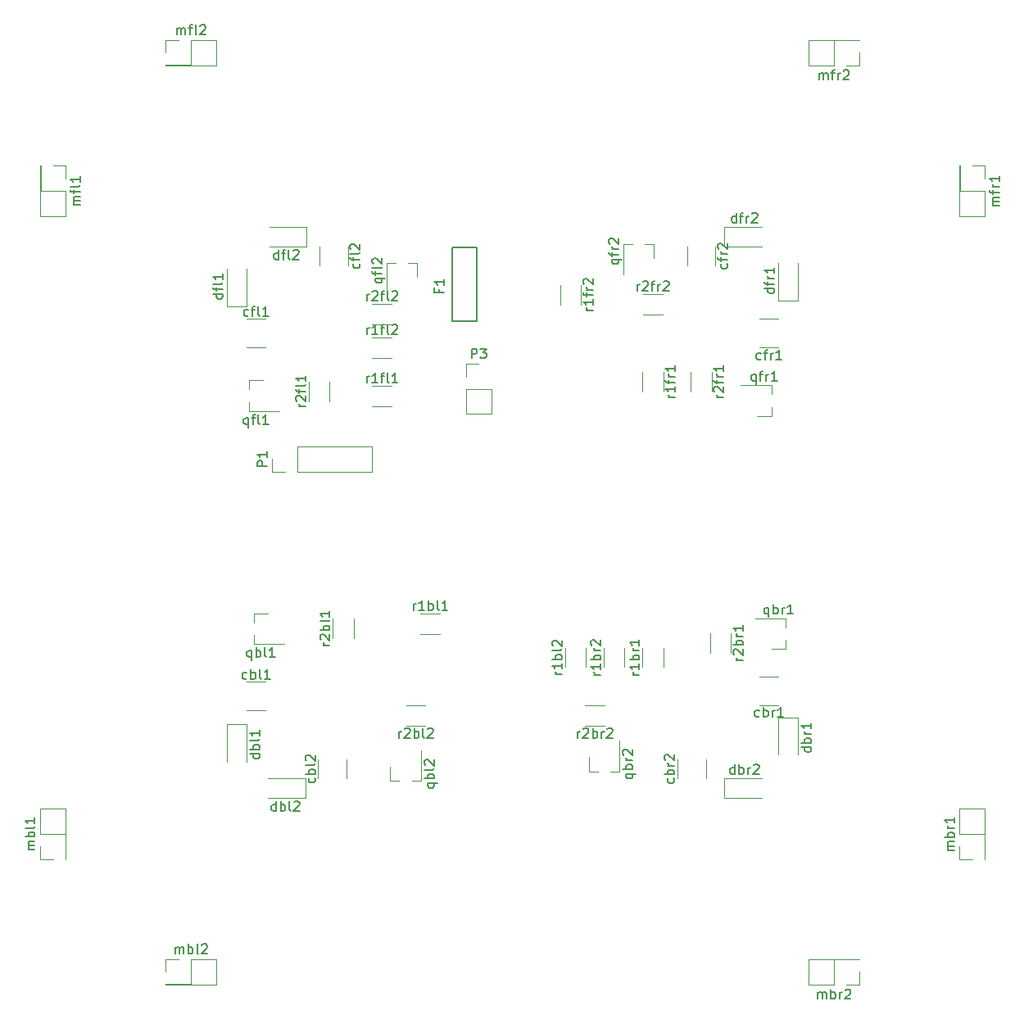
<source format=gbr>
G04 #@! TF.FileFunction,Legend,Top*
%FSLAX45Y45*%
G04 Gerber Fmt 4.5, Leading zero omitted, Abs format (unit mm)*
G04 Created by KiCad (PCBNEW 4.0.1-stable) date 2017/05/05 18:15:20*
%MOMM*%
G01*
G04 APERTURE LIST*
%ADD10C,0.100000*%
%ADD11C,0.120000*%
%ADD12C,0.150000*%
G04 APERTURE END LIST*
D10*
D11*
X3600000Y-7902000D02*
X3400000Y-7902000D01*
X3400000Y-8198000D02*
X3600000Y-8198000D01*
X4140000Y-8700000D02*
X4140000Y-8900000D01*
X4436000Y-8900000D02*
X4436000Y-8700000D01*
X8700000Y-8141000D02*
X8900000Y-8141000D01*
X8900000Y-7845000D02*
X8700000Y-7845000D01*
X7852000Y-8700000D02*
X7852000Y-8900000D01*
X8148000Y-8900000D02*
X8148000Y-8700000D01*
X3600000Y-4152000D02*
X3400000Y-4152000D01*
X3400000Y-4448000D02*
X3600000Y-4448000D01*
X4448000Y-3600000D02*
X4448000Y-3400000D01*
X4152000Y-3400000D02*
X4152000Y-3600000D01*
X8700000Y-4448000D02*
X8900000Y-4448000D01*
X8900000Y-4152000D02*
X8700000Y-4152000D01*
X8248000Y-3600000D02*
X8248000Y-3400000D01*
X7952000Y-3400000D02*
X7952000Y-3600000D01*
X3400000Y-8340000D02*
X3200000Y-8340000D01*
X3200000Y-8340000D02*
X3200000Y-8725000D01*
X3400000Y-8340000D02*
X3400000Y-8725000D01*
X4010000Y-9100000D02*
X4010000Y-8900000D01*
X4010000Y-8900000D02*
X3625000Y-8900000D01*
X4010000Y-9100000D02*
X3625000Y-9100000D01*
X9100000Y-8270000D02*
X8900000Y-8270000D01*
X8900000Y-8270000D02*
X8900000Y-8655000D01*
X9100000Y-8270000D02*
X9100000Y-8655000D01*
X8340000Y-8900000D02*
X8340000Y-9100000D01*
X8340000Y-9100000D02*
X8725000Y-9100000D01*
X8340000Y-8900000D02*
X8725000Y-8900000D01*
X3200000Y-4020000D02*
X3400000Y-4020000D01*
X3400000Y-4020000D02*
X3400000Y-3635000D01*
X3200000Y-4020000D02*
X3200000Y-3635000D01*
X4020000Y-3400000D02*
X4020000Y-3200000D01*
X4020000Y-3200000D02*
X3635000Y-3200000D01*
X4020000Y-3400000D02*
X3635000Y-3400000D01*
X8900000Y-3960000D02*
X9100000Y-3960000D01*
X9100000Y-3960000D02*
X9100000Y-3575000D01*
X8900000Y-3960000D02*
X8900000Y-3575000D01*
X8340000Y-3200000D02*
X8340000Y-3400000D01*
X8340000Y-3400000D02*
X8725000Y-3400000D01*
X8340000Y-3200000D02*
X8725000Y-3200000D01*
D12*
X5523000Y-4177000D02*
X5523000Y-3415000D01*
X5523000Y-3415000D02*
X5777000Y-3415000D01*
X5777000Y-3415000D02*
X5777000Y-4177000D01*
X5777000Y-4177000D02*
X5523000Y-4177000D01*
D11*
X1527000Y-9733000D02*
X1533000Y-9733000D01*
X1533000Y-9733000D02*
X1533000Y-9213000D01*
X1533000Y-9213000D02*
X1267000Y-9213000D01*
X1267000Y-9213000D02*
X1267000Y-9473000D01*
X1267000Y-9473000D02*
X1527000Y-9473000D01*
X1527000Y-9473000D02*
X1527000Y-9733000D01*
X1400000Y-9733000D02*
X1267000Y-9733000D01*
X1267000Y-9733000D02*
X1267000Y-9600000D01*
X2567000Y-11027000D02*
X2567000Y-11033000D01*
X2567000Y-11033000D02*
X3087000Y-11033000D01*
X3087000Y-11033000D02*
X3087000Y-10767000D01*
X3087000Y-10767000D02*
X2827000Y-10767000D01*
X2827000Y-10767000D02*
X2827000Y-11027000D01*
X2827000Y-11027000D02*
X2567000Y-11027000D01*
X2567000Y-10900000D02*
X2567000Y-10767000D01*
X2567000Y-10767000D02*
X2700000Y-10767000D01*
X11027000Y-9733000D02*
X11033000Y-9733000D01*
X11033000Y-9733000D02*
X11033000Y-9213000D01*
X11033000Y-9213000D02*
X10767000Y-9213000D01*
X10767000Y-9213000D02*
X10767000Y-9473000D01*
X10767000Y-9473000D02*
X11027000Y-9473000D01*
X11027000Y-9473000D02*
X11027000Y-9733000D01*
X10900000Y-9733000D02*
X10767000Y-9733000D01*
X10767000Y-9733000D02*
X10767000Y-9600000D01*
X9733000Y-10773000D02*
X9733000Y-10767000D01*
X9733000Y-10767000D02*
X9213000Y-10767000D01*
X9213000Y-10767000D02*
X9213000Y-11033000D01*
X9213000Y-11033000D02*
X9473000Y-11033000D01*
X9473000Y-11033000D02*
X9473000Y-10773000D01*
X9473000Y-10773000D02*
X9733000Y-10773000D01*
X9733000Y-10900000D02*
X9733000Y-11033000D01*
X9733000Y-11033000D02*
X9600000Y-11033000D01*
X1273000Y-2567000D02*
X1267000Y-2567000D01*
X1267000Y-2567000D02*
X1267000Y-3087000D01*
X1267000Y-3087000D02*
X1533000Y-3087000D01*
X1533000Y-3087000D02*
X1533000Y-2827000D01*
X1533000Y-2827000D02*
X1273000Y-2827000D01*
X1273000Y-2827000D02*
X1273000Y-2567000D01*
X1400000Y-2567000D02*
X1533000Y-2567000D01*
X1533000Y-2567000D02*
X1533000Y-2700000D01*
X2567000Y-1527000D02*
X2567000Y-1533000D01*
X2567000Y-1533000D02*
X3087000Y-1533000D01*
X3087000Y-1533000D02*
X3087000Y-1267000D01*
X3087000Y-1267000D02*
X2827000Y-1267000D01*
X2827000Y-1267000D02*
X2827000Y-1527000D01*
X2827000Y-1527000D02*
X2567000Y-1527000D01*
X2567000Y-1400000D02*
X2567000Y-1267000D01*
X2567000Y-1267000D02*
X2700000Y-1267000D01*
X10773000Y-2567000D02*
X10767000Y-2567000D01*
X10767000Y-2567000D02*
X10767000Y-3087000D01*
X10767000Y-3087000D02*
X11033000Y-3087000D01*
X11033000Y-3087000D02*
X11033000Y-2827000D01*
X11033000Y-2827000D02*
X10773000Y-2827000D01*
X10773000Y-2827000D02*
X10773000Y-2567000D01*
X10900000Y-2567000D02*
X11033000Y-2567000D01*
X11033000Y-2567000D02*
X11033000Y-2700000D01*
X9733000Y-1273000D02*
X9733000Y-1267000D01*
X9733000Y-1267000D02*
X9213000Y-1267000D01*
X9213000Y-1267000D02*
X9213000Y-1533000D01*
X9213000Y-1533000D02*
X9473000Y-1533000D01*
X9473000Y-1533000D02*
X9473000Y-1273000D01*
X9473000Y-1273000D02*
X9733000Y-1273000D01*
X9733000Y-1400000D02*
X9733000Y-1533000D01*
X9733000Y-1533000D02*
X9600000Y-1533000D01*
X5667000Y-4873000D02*
X5667000Y-5133000D01*
X5667000Y-5133000D02*
X5933000Y-5133000D01*
X5933000Y-5133000D02*
X5933000Y-4873000D01*
X5933000Y-4873000D02*
X5667000Y-4873000D01*
X5667000Y-4746000D02*
X5667000Y-4613000D01*
X5667000Y-4613000D02*
X5800000Y-4613000D01*
X3474000Y-7192000D02*
X3474000Y-7285000D01*
X3474000Y-7508000D02*
X3474000Y-7415000D01*
X3474000Y-7508000D02*
X3790000Y-7508000D01*
X3474000Y-7192000D02*
X3620000Y-7192000D01*
X4887000Y-8926000D02*
X4980000Y-8926000D01*
X5203000Y-8926000D02*
X5110000Y-8926000D01*
X5203000Y-8926000D02*
X5203000Y-8610000D01*
X4887000Y-8926000D02*
X4887000Y-8780000D01*
X8976000Y-7563000D02*
X8976000Y-7470000D01*
X8976000Y-7247000D02*
X8976000Y-7340000D01*
X8976000Y-7247000D02*
X8660000Y-7247000D01*
X8976000Y-7563000D02*
X8830000Y-7563000D01*
X6937000Y-8826000D02*
X7030000Y-8826000D01*
X7253000Y-8826000D02*
X7160000Y-8826000D01*
X7253000Y-8826000D02*
X7253000Y-8510000D01*
X6937000Y-8826000D02*
X6937000Y-8680000D01*
X3424000Y-4787000D02*
X3424000Y-4880000D01*
X3424000Y-5103000D02*
X3424000Y-5010000D01*
X3424000Y-5103000D02*
X3740000Y-5103000D01*
X3424000Y-4787000D02*
X3570000Y-4787000D01*
X5163000Y-3574000D02*
X5070000Y-3574000D01*
X4847000Y-3574000D02*
X4940000Y-3574000D01*
X4847000Y-3574000D02*
X4847000Y-3890000D01*
X5163000Y-3574000D02*
X5163000Y-3720000D01*
X8826000Y-5153000D02*
X8826000Y-5060000D01*
X8826000Y-4837000D02*
X8826000Y-4930000D01*
X8826000Y-4837000D02*
X8510000Y-4837000D01*
X8826000Y-5153000D02*
X8680000Y-5153000D01*
X7608000Y-3374000D02*
X7515000Y-3374000D01*
X7292000Y-3374000D02*
X7385000Y-3374000D01*
X7292000Y-3374000D02*
X7292000Y-3690000D01*
X7608000Y-3374000D02*
X7608000Y-3520000D01*
X5400000Y-7407000D02*
X5200000Y-7407000D01*
X5200000Y-7193000D02*
X5400000Y-7193000D01*
X6907000Y-7550000D02*
X6907000Y-7750000D01*
X6693000Y-7750000D02*
X6693000Y-7550000D01*
X7707000Y-7550000D02*
X7707000Y-7750000D01*
X7493000Y-7750000D02*
X7493000Y-7550000D01*
X7307000Y-7550000D02*
X7307000Y-7750000D01*
X7093000Y-7750000D02*
X7093000Y-7550000D01*
X4900000Y-5057000D02*
X4700000Y-5057000D01*
X4700000Y-4843000D02*
X4900000Y-4843000D01*
X4900000Y-4557000D02*
X4700000Y-4557000D01*
X4700000Y-4343000D02*
X4900000Y-4343000D01*
X7493000Y-4900000D02*
X7493000Y-4700000D01*
X7707000Y-4700000D02*
X7707000Y-4900000D01*
X6643000Y-4000000D02*
X6643000Y-3800000D01*
X6857000Y-3800000D02*
X6857000Y-4000000D01*
X4507000Y-7250000D02*
X4507000Y-7450000D01*
X4293000Y-7450000D02*
X4293000Y-7250000D01*
X5050000Y-8143000D02*
X5250000Y-8143000D01*
X5250000Y-8357000D02*
X5050000Y-8357000D01*
X8193000Y-7600000D02*
X8193000Y-7400000D01*
X8407000Y-7400000D02*
X8407000Y-7600000D01*
X6900000Y-8143000D02*
X7100000Y-8143000D01*
X7100000Y-8357000D02*
X6900000Y-8357000D01*
X4257000Y-4800000D02*
X4257000Y-5000000D01*
X4043000Y-5000000D02*
X4043000Y-4800000D01*
X4900000Y-4207000D02*
X4700000Y-4207000D01*
X4700000Y-3993000D02*
X4900000Y-3993000D01*
X7993000Y-4900000D02*
X7993000Y-4700000D01*
X8207000Y-4700000D02*
X8207000Y-4900000D01*
X7700000Y-4107000D02*
X7500000Y-4107000D01*
X7500000Y-3893000D02*
X7700000Y-3893000D01*
X3927000Y-5733000D02*
X4695000Y-5733000D01*
X4695000Y-5733000D02*
X4695000Y-5467000D01*
X4695000Y-5467000D02*
X3927000Y-5467000D01*
X3927000Y-5467000D02*
X3927000Y-5733000D01*
X3800000Y-5733000D02*
X3667000Y-5733000D01*
X3667000Y-5733000D02*
X3667000Y-5600000D01*
D12*
X3404762Y-7865476D02*
X3395238Y-7870238D01*
X3376190Y-7870238D01*
X3366667Y-7865476D01*
X3361905Y-7860714D01*
X3357143Y-7851190D01*
X3357143Y-7822619D01*
X3361905Y-7813095D01*
X3366667Y-7808333D01*
X3376190Y-7803571D01*
X3395238Y-7803571D01*
X3404762Y-7808333D01*
X3447619Y-7870238D02*
X3447619Y-7770238D01*
X3447619Y-7808333D02*
X3457143Y-7803571D01*
X3476190Y-7803571D01*
X3485714Y-7808333D01*
X3490476Y-7813095D01*
X3495238Y-7822619D01*
X3495238Y-7851190D01*
X3490476Y-7860714D01*
X3485714Y-7865476D01*
X3476190Y-7870238D01*
X3457143Y-7870238D01*
X3447619Y-7865476D01*
X3552381Y-7870238D02*
X3542857Y-7865476D01*
X3538095Y-7855952D01*
X3538095Y-7770238D01*
X3642857Y-7870238D02*
X3585714Y-7870238D01*
X3614286Y-7870238D02*
X3614286Y-7770238D01*
X3604762Y-7784524D01*
X3595238Y-7794048D01*
X3585714Y-7798809D01*
X4103476Y-8895238D02*
X4108238Y-8904762D01*
X4108238Y-8923810D01*
X4103476Y-8933333D01*
X4098714Y-8938095D01*
X4089190Y-8942857D01*
X4060619Y-8942857D01*
X4051095Y-8938095D01*
X4046333Y-8933333D01*
X4041571Y-8923810D01*
X4041571Y-8904762D01*
X4046333Y-8895238D01*
X4108238Y-8852381D02*
X4008238Y-8852381D01*
X4046333Y-8852381D02*
X4041571Y-8842857D01*
X4041571Y-8823810D01*
X4046333Y-8814286D01*
X4051095Y-8809524D01*
X4060619Y-8804762D01*
X4089190Y-8804762D01*
X4098714Y-8809524D01*
X4103476Y-8814286D01*
X4108238Y-8823810D01*
X4108238Y-8842857D01*
X4103476Y-8852381D01*
X4108238Y-8747619D02*
X4103476Y-8757143D01*
X4093952Y-8761905D01*
X4008238Y-8761905D01*
X4017762Y-8714286D02*
X4013000Y-8709524D01*
X4008238Y-8700000D01*
X4008238Y-8676190D01*
X4013000Y-8666667D01*
X4017762Y-8661905D01*
X4027286Y-8657143D01*
X4036809Y-8657143D01*
X4051095Y-8661905D01*
X4108238Y-8719048D01*
X4108238Y-8657143D01*
X8700000Y-8258476D02*
X8690476Y-8263238D01*
X8671429Y-8263238D01*
X8661905Y-8258476D01*
X8657143Y-8253714D01*
X8652381Y-8244190D01*
X8652381Y-8215619D01*
X8657143Y-8206095D01*
X8661905Y-8201333D01*
X8671429Y-8196571D01*
X8690476Y-8196571D01*
X8700000Y-8201333D01*
X8742857Y-8263238D02*
X8742857Y-8163238D01*
X8742857Y-8201333D02*
X8752381Y-8196571D01*
X8771429Y-8196571D01*
X8780952Y-8201333D01*
X8785714Y-8206095D01*
X8790476Y-8215619D01*
X8790476Y-8244190D01*
X8785714Y-8253714D01*
X8780952Y-8258476D01*
X8771429Y-8263238D01*
X8752381Y-8263238D01*
X8742857Y-8258476D01*
X8833333Y-8263238D02*
X8833333Y-8196571D01*
X8833333Y-8215619D02*
X8838095Y-8206095D01*
X8842857Y-8201333D01*
X8852381Y-8196571D01*
X8861905Y-8196571D01*
X8947619Y-8263238D02*
X8890476Y-8263238D01*
X8919048Y-8263238D02*
X8919048Y-8163238D01*
X8909524Y-8177524D01*
X8900000Y-8187048D01*
X8890476Y-8191809D01*
X7815476Y-8900000D02*
X7820238Y-8909524D01*
X7820238Y-8928572D01*
X7815476Y-8938095D01*
X7810714Y-8942857D01*
X7801190Y-8947619D01*
X7772619Y-8947619D01*
X7763095Y-8942857D01*
X7758333Y-8938095D01*
X7753571Y-8928572D01*
X7753571Y-8909524D01*
X7758333Y-8900000D01*
X7820238Y-8857143D02*
X7720238Y-8857143D01*
X7758333Y-8857143D02*
X7753571Y-8847619D01*
X7753571Y-8828571D01*
X7758333Y-8819048D01*
X7763095Y-8814286D01*
X7772619Y-8809524D01*
X7801190Y-8809524D01*
X7810714Y-8814286D01*
X7815476Y-8819048D01*
X7820238Y-8828571D01*
X7820238Y-8847619D01*
X7815476Y-8857143D01*
X7820238Y-8766667D02*
X7753571Y-8766667D01*
X7772619Y-8766667D02*
X7763095Y-8761905D01*
X7758333Y-8757143D01*
X7753571Y-8747619D01*
X7753571Y-8738095D01*
X7729762Y-8709524D02*
X7725000Y-8704762D01*
X7720238Y-8695238D01*
X7720238Y-8671429D01*
X7725000Y-8661905D01*
X7729762Y-8657143D01*
X7739286Y-8652381D01*
X7748809Y-8652381D01*
X7763095Y-8657143D01*
X7820238Y-8714286D01*
X7820238Y-8652381D01*
X3421429Y-4115476D02*
X3411905Y-4120238D01*
X3392857Y-4120238D01*
X3383333Y-4115476D01*
X3378571Y-4110714D01*
X3373809Y-4101190D01*
X3373809Y-4072619D01*
X3378571Y-4063095D01*
X3383333Y-4058333D01*
X3392857Y-4053571D01*
X3411905Y-4053571D01*
X3421429Y-4058333D01*
X3450000Y-4053571D02*
X3488095Y-4053571D01*
X3464286Y-4120238D02*
X3464286Y-4034524D01*
X3469048Y-4025000D01*
X3478571Y-4020238D01*
X3488095Y-4020238D01*
X3535714Y-4120238D02*
X3526190Y-4115476D01*
X3521429Y-4105952D01*
X3521429Y-4020238D01*
X3626191Y-4120238D02*
X3569048Y-4120238D01*
X3597619Y-4120238D02*
X3597619Y-4020238D01*
X3588095Y-4034524D01*
X3578571Y-4044048D01*
X3569048Y-4048809D01*
X4565476Y-3578571D02*
X4570238Y-3588095D01*
X4570238Y-3607143D01*
X4565476Y-3616667D01*
X4560714Y-3621429D01*
X4551191Y-3626190D01*
X4522619Y-3626190D01*
X4513095Y-3621429D01*
X4508333Y-3616667D01*
X4503571Y-3607143D01*
X4503571Y-3588095D01*
X4508333Y-3578571D01*
X4503571Y-3550000D02*
X4503571Y-3511905D01*
X4570238Y-3535714D02*
X4484524Y-3535714D01*
X4475000Y-3530952D01*
X4470238Y-3521429D01*
X4470238Y-3511905D01*
X4570238Y-3464286D02*
X4565476Y-3473809D01*
X4555952Y-3478571D01*
X4470238Y-3478571D01*
X4479762Y-3430952D02*
X4475000Y-3426190D01*
X4470238Y-3416667D01*
X4470238Y-3392857D01*
X4475000Y-3383333D01*
X4479762Y-3378571D01*
X4489286Y-3373809D01*
X4498810Y-3373809D01*
X4513095Y-3378571D01*
X4570238Y-3435714D01*
X4570238Y-3373809D01*
X8716667Y-4565476D02*
X8707143Y-4570238D01*
X8688095Y-4570238D01*
X8678571Y-4565476D01*
X8673810Y-4560714D01*
X8669048Y-4551191D01*
X8669048Y-4522619D01*
X8673810Y-4513095D01*
X8678571Y-4508333D01*
X8688095Y-4503571D01*
X8707143Y-4503571D01*
X8716667Y-4508333D01*
X8745238Y-4503571D02*
X8783333Y-4503571D01*
X8759524Y-4570238D02*
X8759524Y-4484524D01*
X8764286Y-4475000D01*
X8773810Y-4470238D01*
X8783333Y-4470238D01*
X8816667Y-4570238D02*
X8816667Y-4503571D01*
X8816667Y-4522619D02*
X8821429Y-4513095D01*
X8826191Y-4508333D01*
X8835714Y-4503571D01*
X8845238Y-4503571D01*
X8930953Y-4570238D02*
X8873810Y-4570238D01*
X8902381Y-4570238D02*
X8902381Y-4470238D01*
X8892857Y-4484524D01*
X8883333Y-4494048D01*
X8873810Y-4498810D01*
X8365476Y-3583333D02*
X8370238Y-3592857D01*
X8370238Y-3611905D01*
X8365476Y-3621429D01*
X8360714Y-3626190D01*
X8351190Y-3630952D01*
X8322619Y-3630952D01*
X8313095Y-3626190D01*
X8308333Y-3621429D01*
X8303571Y-3611905D01*
X8303571Y-3592857D01*
X8308333Y-3583333D01*
X8303571Y-3554762D02*
X8303571Y-3516667D01*
X8370238Y-3540476D02*
X8284524Y-3540476D01*
X8275000Y-3535714D01*
X8270238Y-3526190D01*
X8270238Y-3516667D01*
X8370238Y-3483333D02*
X8303571Y-3483333D01*
X8322619Y-3483333D02*
X8313095Y-3478571D01*
X8308333Y-3473809D01*
X8303571Y-3464286D01*
X8303571Y-3454762D01*
X8279762Y-3426190D02*
X8275000Y-3421428D01*
X8270238Y-3411905D01*
X8270238Y-3388095D01*
X8275000Y-3378571D01*
X8279762Y-3373809D01*
X8289286Y-3369047D01*
X8298809Y-3369047D01*
X8313095Y-3373809D01*
X8370238Y-3430952D01*
X8370238Y-3369047D01*
X3535738Y-8644919D02*
X3435738Y-8644919D01*
X3530976Y-8644919D02*
X3535738Y-8654443D01*
X3535738Y-8673491D01*
X3530976Y-8683014D01*
X3526214Y-8687776D01*
X3516690Y-8692538D01*
X3488119Y-8692538D01*
X3478595Y-8687776D01*
X3473833Y-8683014D01*
X3469071Y-8673491D01*
X3469071Y-8654443D01*
X3473833Y-8644919D01*
X3535738Y-8597300D02*
X3435738Y-8597300D01*
X3473833Y-8597300D02*
X3469071Y-8587776D01*
X3469071Y-8568729D01*
X3473833Y-8559205D01*
X3478595Y-8554443D01*
X3488119Y-8549681D01*
X3516690Y-8549681D01*
X3526214Y-8554443D01*
X3530976Y-8559205D01*
X3535738Y-8568729D01*
X3535738Y-8587776D01*
X3530976Y-8597300D01*
X3535738Y-8492538D02*
X3530976Y-8502062D01*
X3521452Y-8506824D01*
X3435738Y-8506824D01*
X3535738Y-8402062D02*
X3535738Y-8459205D01*
X3535738Y-8430633D02*
X3435738Y-8430633D01*
X3450024Y-8440157D01*
X3459548Y-8449681D01*
X3464309Y-8459205D01*
X3705081Y-9235738D02*
X3705081Y-9135738D01*
X3705081Y-9230976D02*
X3695557Y-9235738D01*
X3676509Y-9235738D01*
X3666986Y-9230976D01*
X3662224Y-9226214D01*
X3657462Y-9216691D01*
X3657462Y-9188119D01*
X3662224Y-9178595D01*
X3666986Y-9173833D01*
X3676509Y-9169071D01*
X3695557Y-9169071D01*
X3705081Y-9173833D01*
X3752700Y-9235738D02*
X3752700Y-9135738D01*
X3752700Y-9173833D02*
X3762224Y-9169071D01*
X3781271Y-9169071D01*
X3790795Y-9173833D01*
X3795557Y-9178595D01*
X3800319Y-9188119D01*
X3800319Y-9216691D01*
X3795557Y-9226214D01*
X3790795Y-9230976D01*
X3781271Y-9235738D01*
X3762224Y-9235738D01*
X3752700Y-9230976D01*
X3857462Y-9235738D02*
X3847938Y-9230976D01*
X3843176Y-9221452D01*
X3843176Y-9135738D01*
X3890795Y-9145262D02*
X3895557Y-9140500D01*
X3905081Y-9135738D01*
X3928891Y-9135738D01*
X3938414Y-9140500D01*
X3943176Y-9145262D01*
X3947938Y-9154786D01*
X3947938Y-9164310D01*
X3943176Y-9178595D01*
X3886033Y-9235738D01*
X3947938Y-9235738D01*
X9235738Y-8579681D02*
X9135738Y-8579681D01*
X9230976Y-8579681D02*
X9235738Y-8589205D01*
X9235738Y-8608252D01*
X9230976Y-8617776D01*
X9226214Y-8622538D01*
X9216691Y-8627300D01*
X9188119Y-8627300D01*
X9178595Y-8622538D01*
X9173833Y-8617776D01*
X9169071Y-8608252D01*
X9169071Y-8589205D01*
X9173833Y-8579681D01*
X9235738Y-8532062D02*
X9135738Y-8532062D01*
X9173833Y-8532062D02*
X9169071Y-8522538D01*
X9169071Y-8503490D01*
X9173833Y-8493967D01*
X9178595Y-8489205D01*
X9188119Y-8484443D01*
X9216691Y-8484443D01*
X9226214Y-8489205D01*
X9230976Y-8493967D01*
X9235738Y-8503490D01*
X9235738Y-8522538D01*
X9230976Y-8532062D01*
X9235738Y-8441586D02*
X9169071Y-8441586D01*
X9188119Y-8441586D02*
X9178595Y-8436824D01*
X9173833Y-8432062D01*
X9169071Y-8422538D01*
X9169071Y-8413014D01*
X9235738Y-8327300D02*
X9235738Y-8384443D01*
X9235738Y-8355871D02*
X9135738Y-8355871D01*
X9150024Y-8365395D01*
X9159548Y-8374919D01*
X9164310Y-8384443D01*
X8444919Y-8854738D02*
X8444919Y-8754738D01*
X8444919Y-8849976D02*
X8435395Y-8854738D01*
X8416348Y-8854738D01*
X8406824Y-8849976D01*
X8402062Y-8845214D01*
X8397300Y-8835691D01*
X8397300Y-8807119D01*
X8402062Y-8797595D01*
X8406824Y-8792833D01*
X8416348Y-8788071D01*
X8435395Y-8788071D01*
X8444919Y-8792833D01*
X8492538Y-8854738D02*
X8492538Y-8754738D01*
X8492538Y-8792833D02*
X8502062Y-8788071D01*
X8521110Y-8788071D01*
X8530633Y-8792833D01*
X8535395Y-8797595D01*
X8540157Y-8807119D01*
X8540157Y-8835691D01*
X8535395Y-8845214D01*
X8530633Y-8849976D01*
X8521110Y-8854738D01*
X8502062Y-8854738D01*
X8492538Y-8849976D01*
X8583014Y-8854738D02*
X8583014Y-8788071D01*
X8583014Y-8807119D02*
X8587776Y-8797595D01*
X8592538Y-8792833D01*
X8602062Y-8788071D01*
X8611586Y-8788071D01*
X8640157Y-8764262D02*
X8644919Y-8759500D01*
X8654443Y-8754738D01*
X8678253Y-8754738D01*
X8687776Y-8759500D01*
X8692538Y-8764262D01*
X8697300Y-8773786D01*
X8697300Y-8783310D01*
X8692538Y-8797595D01*
X8635395Y-8854738D01*
X8697300Y-8854738D01*
X3154738Y-3893652D02*
X3054738Y-3893652D01*
X3149976Y-3893652D02*
X3154738Y-3903176D01*
X3154738Y-3922224D01*
X3149976Y-3931748D01*
X3145214Y-3936510D01*
X3135690Y-3941271D01*
X3107119Y-3941271D01*
X3097595Y-3936510D01*
X3092833Y-3931748D01*
X3088071Y-3922224D01*
X3088071Y-3903176D01*
X3092833Y-3893652D01*
X3088071Y-3860319D02*
X3088071Y-3822224D01*
X3154738Y-3846033D02*
X3069024Y-3846033D01*
X3059500Y-3841271D01*
X3054738Y-3831748D01*
X3054738Y-3822224D01*
X3154738Y-3774605D02*
X3149976Y-3784129D01*
X3140452Y-3788890D01*
X3054738Y-3788890D01*
X3154738Y-3684128D02*
X3154738Y-3741271D01*
X3154738Y-3712700D02*
X3054738Y-3712700D01*
X3069024Y-3722224D01*
X3078548Y-3731748D01*
X3083309Y-3741271D01*
X3731748Y-3535738D02*
X3731748Y-3435738D01*
X3731748Y-3530976D02*
X3722224Y-3535738D01*
X3703176Y-3535738D01*
X3693652Y-3530976D01*
X3688890Y-3526214D01*
X3684128Y-3516690D01*
X3684128Y-3488119D01*
X3688890Y-3478595D01*
X3693652Y-3473833D01*
X3703176Y-3469071D01*
X3722224Y-3469071D01*
X3731748Y-3473833D01*
X3765081Y-3469071D02*
X3803176Y-3469071D01*
X3779367Y-3535738D02*
X3779367Y-3450024D01*
X3784128Y-3440500D01*
X3793652Y-3435738D01*
X3803176Y-3435738D01*
X3850795Y-3535738D02*
X3841271Y-3530976D01*
X3836509Y-3521452D01*
X3836509Y-3435738D01*
X3884129Y-3445262D02*
X3888890Y-3440500D01*
X3898414Y-3435738D01*
X3922224Y-3435738D01*
X3931748Y-3440500D01*
X3936510Y-3445262D01*
X3941271Y-3454786D01*
X3941271Y-3464309D01*
X3936510Y-3478595D01*
X3879367Y-3535738D01*
X3941271Y-3535738D01*
X8854738Y-3838414D02*
X8754738Y-3838414D01*
X8849976Y-3838414D02*
X8854738Y-3847938D01*
X8854738Y-3866986D01*
X8849976Y-3876510D01*
X8845214Y-3881271D01*
X8835691Y-3886033D01*
X8807119Y-3886033D01*
X8797595Y-3881271D01*
X8792833Y-3876510D01*
X8788071Y-3866986D01*
X8788071Y-3847938D01*
X8792833Y-3838414D01*
X8788071Y-3805081D02*
X8788071Y-3766986D01*
X8854738Y-3790795D02*
X8769024Y-3790795D01*
X8759500Y-3786033D01*
X8754738Y-3776510D01*
X8754738Y-3766986D01*
X8854738Y-3733652D02*
X8788071Y-3733652D01*
X8807119Y-3733652D02*
X8797595Y-3728890D01*
X8792833Y-3724129D01*
X8788071Y-3714605D01*
X8788071Y-3705081D01*
X8854738Y-3619367D02*
X8854738Y-3676509D01*
X8854738Y-3647938D02*
X8754738Y-3647938D01*
X8769024Y-3657462D01*
X8778548Y-3666986D01*
X8783310Y-3676509D01*
X8461586Y-3154738D02*
X8461586Y-3054738D01*
X8461586Y-3149976D02*
X8452062Y-3154738D01*
X8433014Y-3154738D01*
X8423490Y-3149976D01*
X8418729Y-3145214D01*
X8413967Y-3135690D01*
X8413967Y-3107119D01*
X8418729Y-3097595D01*
X8423490Y-3092833D01*
X8433014Y-3088071D01*
X8452062Y-3088071D01*
X8461586Y-3092833D01*
X8494919Y-3088071D02*
X8533014Y-3088071D01*
X8509205Y-3154738D02*
X8509205Y-3069024D01*
X8513967Y-3059500D01*
X8523490Y-3054738D01*
X8533014Y-3054738D01*
X8566348Y-3154738D02*
X8566348Y-3088071D01*
X8566348Y-3107119D02*
X8571110Y-3097595D01*
X8575871Y-3092833D01*
X8585395Y-3088071D01*
X8594919Y-3088071D01*
X8623491Y-3064262D02*
X8628252Y-3059500D01*
X8637776Y-3054738D01*
X8661586Y-3054738D01*
X8671110Y-3059500D01*
X8675872Y-3064262D01*
X8680633Y-3073786D01*
X8680633Y-3083309D01*
X8675872Y-3097595D01*
X8618729Y-3154738D01*
X8680633Y-3154738D01*
X5389873Y-3844319D02*
X5389873Y-3877653D01*
X5442254Y-3877653D02*
X5342254Y-3877653D01*
X5342254Y-3830034D01*
X5442254Y-3739557D02*
X5442254Y-3796700D01*
X5442254Y-3768129D02*
X5342254Y-3768129D01*
X5356540Y-3777653D01*
X5366064Y-3787176D01*
X5370826Y-3796700D01*
X1212238Y-9634905D02*
X1145571Y-9634905D01*
X1155095Y-9634905D02*
X1150333Y-9630143D01*
X1145571Y-9620619D01*
X1145571Y-9606333D01*
X1150333Y-9596810D01*
X1159857Y-9592048D01*
X1212238Y-9592048D01*
X1159857Y-9592048D02*
X1150333Y-9587286D01*
X1145571Y-9577762D01*
X1145571Y-9563476D01*
X1150333Y-9553952D01*
X1159857Y-9549191D01*
X1212238Y-9549191D01*
X1212238Y-9501572D02*
X1112238Y-9501572D01*
X1150333Y-9501572D02*
X1145571Y-9492048D01*
X1145571Y-9473000D01*
X1150333Y-9463476D01*
X1155095Y-9458714D01*
X1164619Y-9453952D01*
X1193191Y-9453952D01*
X1202714Y-9458714D01*
X1207476Y-9463476D01*
X1212238Y-9473000D01*
X1212238Y-9492048D01*
X1207476Y-9501572D01*
X1212238Y-9396810D02*
X1207476Y-9406333D01*
X1197952Y-9411095D01*
X1112238Y-9411095D01*
X1212238Y-9306333D02*
X1212238Y-9363476D01*
X1212238Y-9334905D02*
X1112238Y-9334905D01*
X1126524Y-9344429D01*
X1136048Y-9353952D01*
X1140810Y-9363476D01*
X2665095Y-10712238D02*
X2665095Y-10645571D01*
X2665095Y-10655095D02*
X2669857Y-10650333D01*
X2679381Y-10645571D01*
X2693667Y-10645571D01*
X2703191Y-10650333D01*
X2707952Y-10659857D01*
X2707952Y-10712238D01*
X2707952Y-10659857D02*
X2712714Y-10650333D01*
X2722238Y-10645571D01*
X2736524Y-10645571D01*
X2746048Y-10650333D01*
X2750810Y-10659857D01*
X2750810Y-10712238D01*
X2798428Y-10712238D02*
X2798428Y-10612238D01*
X2798428Y-10650333D02*
X2807952Y-10645571D01*
X2827000Y-10645571D01*
X2836524Y-10650333D01*
X2841286Y-10655095D01*
X2846048Y-10664619D01*
X2846048Y-10693191D01*
X2841286Y-10702714D01*
X2836524Y-10707476D01*
X2827000Y-10712238D01*
X2807952Y-10712238D01*
X2798428Y-10707476D01*
X2903190Y-10712238D02*
X2893667Y-10707476D01*
X2888905Y-10697952D01*
X2888905Y-10612238D01*
X2936524Y-10621762D02*
X2941286Y-10617000D01*
X2950809Y-10612238D01*
X2974619Y-10612238D01*
X2984143Y-10617000D01*
X2988905Y-10621762D01*
X2993667Y-10631286D01*
X2993667Y-10640810D01*
X2988905Y-10655095D01*
X2931762Y-10712238D01*
X2993667Y-10712238D01*
X10712238Y-9639667D02*
X10645571Y-9639667D01*
X10655095Y-9639667D02*
X10650333Y-9634905D01*
X10645571Y-9625381D01*
X10645571Y-9611095D01*
X10650333Y-9601571D01*
X10659857Y-9596810D01*
X10712238Y-9596810D01*
X10659857Y-9596810D02*
X10650333Y-9592048D01*
X10645571Y-9582524D01*
X10645571Y-9568238D01*
X10650333Y-9558714D01*
X10659857Y-9553952D01*
X10712238Y-9553952D01*
X10712238Y-9506333D02*
X10612238Y-9506333D01*
X10650333Y-9506333D02*
X10645571Y-9496810D01*
X10645571Y-9477762D01*
X10650333Y-9468238D01*
X10655095Y-9463476D01*
X10664619Y-9458714D01*
X10693191Y-9458714D01*
X10702714Y-9463476D01*
X10707476Y-9468238D01*
X10712238Y-9477762D01*
X10712238Y-9496810D01*
X10707476Y-9506333D01*
X10712238Y-9415857D02*
X10645571Y-9415857D01*
X10664619Y-9415857D02*
X10655095Y-9411095D01*
X10650333Y-9406333D01*
X10645571Y-9396810D01*
X10645571Y-9387286D01*
X10712238Y-9301571D02*
X10712238Y-9358714D01*
X10712238Y-9330143D02*
X10612238Y-9330143D01*
X10626524Y-9339667D01*
X10636048Y-9349191D01*
X10640810Y-9358714D01*
X9306333Y-11178238D02*
X9306333Y-11111571D01*
X9306333Y-11121095D02*
X9311095Y-11116333D01*
X9320619Y-11111571D01*
X9334905Y-11111571D01*
X9344429Y-11116333D01*
X9349191Y-11125857D01*
X9349191Y-11178238D01*
X9349191Y-11125857D02*
X9353952Y-11116333D01*
X9363476Y-11111571D01*
X9377762Y-11111571D01*
X9387286Y-11116333D01*
X9392048Y-11125857D01*
X9392048Y-11178238D01*
X9439667Y-11178238D02*
X9439667Y-11078238D01*
X9439667Y-11116333D02*
X9449190Y-11111571D01*
X9468238Y-11111571D01*
X9477762Y-11116333D01*
X9482524Y-11121095D01*
X9487286Y-11130619D01*
X9487286Y-11159191D01*
X9482524Y-11168714D01*
X9477762Y-11173476D01*
X9468238Y-11178238D01*
X9449190Y-11178238D01*
X9439667Y-11173476D01*
X9530143Y-11178238D02*
X9530143Y-11111571D01*
X9530143Y-11130619D02*
X9534905Y-11121095D01*
X9539667Y-11116333D01*
X9549190Y-11111571D01*
X9558714Y-11111571D01*
X9587286Y-11087762D02*
X9592048Y-11083000D01*
X9601571Y-11078238D01*
X9625381Y-11078238D01*
X9634905Y-11083000D01*
X9639667Y-11087762D01*
X9644429Y-11097286D01*
X9644429Y-11106810D01*
X9639667Y-11121095D01*
X9582524Y-11178238D01*
X9644429Y-11178238D01*
X1678238Y-2972238D02*
X1611571Y-2972238D01*
X1621095Y-2972238D02*
X1616333Y-2967476D01*
X1611571Y-2957952D01*
X1611571Y-2943667D01*
X1616333Y-2934143D01*
X1625857Y-2929381D01*
X1678238Y-2929381D01*
X1625857Y-2929381D02*
X1616333Y-2924619D01*
X1611571Y-2915095D01*
X1611571Y-2900809D01*
X1616333Y-2891286D01*
X1625857Y-2886524D01*
X1678238Y-2886524D01*
X1611571Y-2853190D02*
X1611571Y-2815095D01*
X1678238Y-2838905D02*
X1592524Y-2838905D01*
X1583000Y-2834143D01*
X1578238Y-2824619D01*
X1578238Y-2815095D01*
X1678238Y-2767476D02*
X1673476Y-2777000D01*
X1663952Y-2781762D01*
X1578238Y-2781762D01*
X1678238Y-2677000D02*
X1678238Y-2734143D01*
X1678238Y-2705571D02*
X1578238Y-2705571D01*
X1592524Y-2715095D01*
X1602048Y-2724619D01*
X1606809Y-2734143D01*
X2681762Y-1212238D02*
X2681762Y-1145571D01*
X2681762Y-1155095D02*
X2686524Y-1150333D01*
X2696048Y-1145571D01*
X2710333Y-1145571D01*
X2719857Y-1150333D01*
X2724619Y-1159857D01*
X2724619Y-1212238D01*
X2724619Y-1159857D02*
X2729381Y-1150333D01*
X2738905Y-1145571D01*
X2753191Y-1145571D01*
X2762714Y-1150333D01*
X2767476Y-1159857D01*
X2767476Y-1212238D01*
X2800809Y-1145571D02*
X2838905Y-1145571D01*
X2815095Y-1212238D02*
X2815095Y-1126524D01*
X2819857Y-1117000D01*
X2829381Y-1112238D01*
X2838905Y-1112238D01*
X2886524Y-1212238D02*
X2877000Y-1207476D01*
X2872238Y-1197952D01*
X2872238Y-1112238D01*
X2919857Y-1121762D02*
X2924619Y-1117000D01*
X2934143Y-1112238D01*
X2957952Y-1112238D01*
X2967476Y-1117000D01*
X2972238Y-1121762D01*
X2977000Y-1131286D01*
X2977000Y-1140810D01*
X2972238Y-1155095D01*
X2915095Y-1212238D01*
X2977000Y-1212238D01*
X11178238Y-2977000D02*
X11111571Y-2977000D01*
X11121095Y-2977000D02*
X11116333Y-2972238D01*
X11111571Y-2962714D01*
X11111571Y-2948428D01*
X11116333Y-2938905D01*
X11125857Y-2934143D01*
X11178238Y-2934143D01*
X11125857Y-2934143D02*
X11116333Y-2929381D01*
X11111571Y-2919857D01*
X11111571Y-2905571D01*
X11116333Y-2896048D01*
X11125857Y-2891286D01*
X11178238Y-2891286D01*
X11111571Y-2857952D02*
X11111571Y-2819857D01*
X11178238Y-2843667D02*
X11092524Y-2843667D01*
X11083000Y-2838905D01*
X11078238Y-2829381D01*
X11078238Y-2819857D01*
X11178238Y-2786524D02*
X11111571Y-2786524D01*
X11130619Y-2786524D02*
X11121095Y-2781762D01*
X11116333Y-2777000D01*
X11111571Y-2767476D01*
X11111571Y-2757952D01*
X11178238Y-2672238D02*
X11178238Y-2729381D01*
X11178238Y-2700810D02*
X11078238Y-2700810D01*
X11092524Y-2710333D01*
X11102048Y-2719857D01*
X11106810Y-2729381D01*
X9323000Y-1678238D02*
X9323000Y-1611571D01*
X9323000Y-1621095D02*
X9327762Y-1616333D01*
X9337286Y-1611571D01*
X9351572Y-1611571D01*
X9361095Y-1616333D01*
X9365857Y-1625857D01*
X9365857Y-1678238D01*
X9365857Y-1625857D02*
X9370619Y-1616333D01*
X9380143Y-1611571D01*
X9394429Y-1611571D01*
X9403952Y-1616333D01*
X9408714Y-1625857D01*
X9408714Y-1678238D01*
X9442048Y-1611571D02*
X9480143Y-1611571D01*
X9456333Y-1678238D02*
X9456333Y-1592524D01*
X9461095Y-1583000D01*
X9470619Y-1578238D01*
X9480143Y-1578238D01*
X9513476Y-1678238D02*
X9513476Y-1611571D01*
X9513476Y-1630619D02*
X9518238Y-1621095D01*
X9523000Y-1616333D01*
X9532524Y-1611571D01*
X9542048Y-1611571D01*
X9570619Y-1587762D02*
X9575381Y-1583000D01*
X9584905Y-1578238D01*
X9608714Y-1578238D01*
X9618238Y-1583000D01*
X9623000Y-1587762D01*
X9627762Y-1597286D01*
X9627762Y-1606809D01*
X9623000Y-1621095D01*
X9565857Y-1678238D01*
X9627762Y-1678238D01*
X5726190Y-4558238D02*
X5726190Y-4458238D01*
X5764286Y-4458238D01*
X5773810Y-4463000D01*
X5778571Y-4467762D01*
X5783333Y-4477286D01*
X5783333Y-4491571D01*
X5778571Y-4501095D01*
X5773810Y-4505857D01*
X5764286Y-4510619D01*
X5726190Y-4510619D01*
X5816667Y-4458238D02*
X5878571Y-4458238D01*
X5845238Y-4496333D01*
X5859524Y-4496333D01*
X5869048Y-4501095D01*
X5873810Y-4505857D01*
X5878571Y-4515381D01*
X5878571Y-4539191D01*
X5873810Y-4548714D01*
X5869048Y-4553476D01*
X5859524Y-4558238D01*
X5830952Y-4558238D01*
X5821429Y-4553476D01*
X5816667Y-4548714D01*
X3452381Y-7578571D02*
X3452381Y-7678571D01*
X3452381Y-7640476D02*
X3442857Y-7645238D01*
X3423809Y-7645238D01*
X3414286Y-7640476D01*
X3409524Y-7635714D01*
X3404762Y-7626190D01*
X3404762Y-7597619D01*
X3409524Y-7588095D01*
X3414286Y-7583333D01*
X3423809Y-7578571D01*
X3442857Y-7578571D01*
X3452381Y-7583333D01*
X3500000Y-7645238D02*
X3500000Y-7545238D01*
X3500000Y-7583333D02*
X3509524Y-7578571D01*
X3528571Y-7578571D01*
X3538095Y-7583333D01*
X3542857Y-7588095D01*
X3547619Y-7597619D01*
X3547619Y-7626190D01*
X3542857Y-7635714D01*
X3538095Y-7640476D01*
X3528571Y-7645238D01*
X3509524Y-7645238D01*
X3500000Y-7640476D01*
X3604762Y-7645238D02*
X3595238Y-7640476D01*
X3590476Y-7630952D01*
X3590476Y-7545238D01*
X3695238Y-7645238D02*
X3638095Y-7645238D01*
X3666667Y-7645238D02*
X3666667Y-7545238D01*
X3657143Y-7559524D01*
X3647619Y-7569048D01*
X3638095Y-7573809D01*
X5273571Y-8947619D02*
X5373571Y-8947619D01*
X5335476Y-8947619D02*
X5340238Y-8957143D01*
X5340238Y-8976191D01*
X5335476Y-8985714D01*
X5330714Y-8990476D01*
X5321191Y-8995238D01*
X5292619Y-8995238D01*
X5283095Y-8990476D01*
X5278333Y-8985714D01*
X5273571Y-8976191D01*
X5273571Y-8957143D01*
X5278333Y-8947619D01*
X5340238Y-8900000D02*
X5240238Y-8900000D01*
X5278333Y-8900000D02*
X5273571Y-8890476D01*
X5273571Y-8871429D01*
X5278333Y-8861905D01*
X5283095Y-8857143D01*
X5292619Y-8852381D01*
X5321191Y-8852381D01*
X5330714Y-8857143D01*
X5335476Y-8861905D01*
X5340238Y-8871429D01*
X5340238Y-8890476D01*
X5335476Y-8900000D01*
X5340238Y-8795238D02*
X5335476Y-8804762D01*
X5325952Y-8809524D01*
X5240238Y-8809524D01*
X5249762Y-8761905D02*
X5245000Y-8757143D01*
X5240238Y-8747619D01*
X5240238Y-8723809D01*
X5245000Y-8714286D01*
X5249762Y-8709524D01*
X5259286Y-8704762D01*
X5268810Y-8704762D01*
X5283095Y-8709524D01*
X5340238Y-8766667D01*
X5340238Y-8704762D01*
X8797619Y-7133571D02*
X8797619Y-7233571D01*
X8797619Y-7195476D02*
X8788095Y-7200238D01*
X8769048Y-7200238D01*
X8759524Y-7195476D01*
X8754762Y-7190714D01*
X8750000Y-7181190D01*
X8750000Y-7152619D01*
X8754762Y-7143095D01*
X8759524Y-7138333D01*
X8769048Y-7133571D01*
X8788095Y-7133571D01*
X8797619Y-7138333D01*
X8845238Y-7200238D02*
X8845238Y-7100238D01*
X8845238Y-7138333D02*
X8854762Y-7133571D01*
X8873810Y-7133571D01*
X8883333Y-7138333D01*
X8888095Y-7143095D01*
X8892857Y-7152619D01*
X8892857Y-7181190D01*
X8888095Y-7190714D01*
X8883333Y-7195476D01*
X8873810Y-7200238D01*
X8854762Y-7200238D01*
X8845238Y-7195476D01*
X8935714Y-7200238D02*
X8935714Y-7133571D01*
X8935714Y-7152619D02*
X8940476Y-7143095D01*
X8945238Y-7138333D01*
X8954762Y-7133571D01*
X8964286Y-7133571D01*
X9050000Y-7200238D02*
X8992857Y-7200238D01*
X9021429Y-7200238D02*
X9021429Y-7100238D01*
X9011905Y-7114524D01*
X9002381Y-7124048D01*
X8992857Y-7128809D01*
X7323571Y-8852381D02*
X7423571Y-8852381D01*
X7385476Y-8852381D02*
X7390238Y-8861905D01*
X7390238Y-8880952D01*
X7385476Y-8890476D01*
X7380714Y-8895238D01*
X7371190Y-8900000D01*
X7342619Y-8900000D01*
X7333095Y-8895238D01*
X7328333Y-8890476D01*
X7323571Y-8880952D01*
X7323571Y-8861905D01*
X7328333Y-8852381D01*
X7390238Y-8804762D02*
X7290238Y-8804762D01*
X7328333Y-8804762D02*
X7323571Y-8795238D01*
X7323571Y-8776190D01*
X7328333Y-8766667D01*
X7333095Y-8761905D01*
X7342619Y-8757143D01*
X7371190Y-8757143D01*
X7380714Y-8761905D01*
X7385476Y-8766667D01*
X7390238Y-8776190D01*
X7390238Y-8795238D01*
X7385476Y-8804762D01*
X7390238Y-8714286D02*
X7323571Y-8714286D01*
X7342619Y-8714286D02*
X7333095Y-8709524D01*
X7328333Y-8704762D01*
X7323571Y-8695238D01*
X7323571Y-8685714D01*
X7299762Y-8657143D02*
X7295000Y-8652381D01*
X7290238Y-8642857D01*
X7290238Y-8619048D01*
X7295000Y-8609524D01*
X7299762Y-8604762D01*
X7309286Y-8600000D01*
X7318809Y-8600000D01*
X7333095Y-8604762D01*
X7390238Y-8661905D01*
X7390238Y-8600000D01*
X3419048Y-5173571D02*
X3419048Y-5273571D01*
X3419048Y-5235476D02*
X3409524Y-5240238D01*
X3390476Y-5240238D01*
X3380952Y-5235476D01*
X3376190Y-5230714D01*
X3371428Y-5221191D01*
X3371428Y-5192619D01*
X3376190Y-5183095D01*
X3380952Y-5178333D01*
X3390476Y-5173571D01*
X3409524Y-5173571D01*
X3419048Y-5178333D01*
X3452381Y-5173571D02*
X3490476Y-5173571D01*
X3466667Y-5240238D02*
X3466667Y-5154524D01*
X3471428Y-5145000D01*
X3480952Y-5140238D01*
X3490476Y-5140238D01*
X3538095Y-5240238D02*
X3528571Y-5235476D01*
X3523809Y-5225952D01*
X3523809Y-5140238D01*
X3628571Y-5240238D02*
X3571429Y-5240238D01*
X3600000Y-5240238D02*
X3600000Y-5140238D01*
X3590476Y-5154524D01*
X3580952Y-5164048D01*
X3571429Y-5168810D01*
X4733571Y-3730952D02*
X4833571Y-3730952D01*
X4795476Y-3730952D02*
X4800238Y-3740476D01*
X4800238Y-3759524D01*
X4795476Y-3769048D01*
X4790714Y-3773810D01*
X4781191Y-3778571D01*
X4752619Y-3778571D01*
X4743095Y-3773810D01*
X4738333Y-3769048D01*
X4733571Y-3759524D01*
X4733571Y-3740476D01*
X4738333Y-3730952D01*
X4733571Y-3697619D02*
X4733571Y-3659524D01*
X4800238Y-3683333D02*
X4714524Y-3683333D01*
X4705000Y-3678571D01*
X4700238Y-3669048D01*
X4700238Y-3659524D01*
X4800238Y-3611905D02*
X4795476Y-3621429D01*
X4785952Y-3626190D01*
X4700238Y-3626190D01*
X4709762Y-3578571D02*
X4705000Y-3573809D01*
X4700238Y-3564286D01*
X4700238Y-3540476D01*
X4705000Y-3530952D01*
X4709762Y-3526190D01*
X4719286Y-3521428D01*
X4728810Y-3521428D01*
X4743095Y-3526190D01*
X4800238Y-3583333D01*
X4800238Y-3521428D01*
X8664286Y-4723571D02*
X8664286Y-4823571D01*
X8664286Y-4785476D02*
X8654762Y-4790238D01*
X8635714Y-4790238D01*
X8626190Y-4785476D01*
X8621429Y-4780714D01*
X8616667Y-4771191D01*
X8616667Y-4742619D01*
X8621429Y-4733095D01*
X8626190Y-4728333D01*
X8635714Y-4723571D01*
X8654762Y-4723571D01*
X8664286Y-4728333D01*
X8697619Y-4723571D02*
X8735714Y-4723571D01*
X8711905Y-4790238D02*
X8711905Y-4704524D01*
X8716667Y-4695000D01*
X8726190Y-4690238D01*
X8735714Y-4690238D01*
X8769048Y-4790238D02*
X8769048Y-4723571D01*
X8769048Y-4742619D02*
X8773810Y-4733095D01*
X8778571Y-4728333D01*
X8788095Y-4723571D01*
X8797619Y-4723571D01*
X8883333Y-4790238D02*
X8826191Y-4790238D01*
X8854762Y-4790238D02*
X8854762Y-4690238D01*
X8845238Y-4704524D01*
X8835714Y-4714048D01*
X8826191Y-4718810D01*
X7178571Y-3535714D02*
X7278571Y-3535714D01*
X7240476Y-3535714D02*
X7245238Y-3545238D01*
X7245238Y-3564286D01*
X7240476Y-3573810D01*
X7235714Y-3578571D01*
X7226190Y-3583333D01*
X7197619Y-3583333D01*
X7188095Y-3578571D01*
X7183333Y-3573810D01*
X7178571Y-3564286D01*
X7178571Y-3545238D01*
X7183333Y-3535714D01*
X7178571Y-3502381D02*
X7178571Y-3464286D01*
X7245238Y-3488095D02*
X7159524Y-3488095D01*
X7150000Y-3483333D01*
X7145238Y-3473810D01*
X7145238Y-3464286D01*
X7245238Y-3430952D02*
X7178571Y-3430952D01*
X7197619Y-3430952D02*
X7188095Y-3426190D01*
X7183333Y-3421429D01*
X7178571Y-3411905D01*
X7178571Y-3402381D01*
X7154762Y-3373809D02*
X7150000Y-3369048D01*
X7145238Y-3359524D01*
X7145238Y-3335714D01*
X7150000Y-3326190D01*
X7154762Y-3321428D01*
X7164286Y-3316667D01*
X7173809Y-3316667D01*
X7188095Y-3321428D01*
X7245238Y-3378571D01*
X7245238Y-3316667D01*
X5126190Y-7160238D02*
X5126190Y-7093571D01*
X5126190Y-7112619D02*
X5130952Y-7103095D01*
X5135714Y-7098333D01*
X5145238Y-7093571D01*
X5154762Y-7093571D01*
X5240476Y-7160238D02*
X5183333Y-7160238D01*
X5211905Y-7160238D02*
X5211905Y-7060238D01*
X5202381Y-7074524D01*
X5192857Y-7084048D01*
X5183333Y-7088809D01*
X5283333Y-7160238D02*
X5283333Y-7060238D01*
X5283333Y-7098333D02*
X5292857Y-7093571D01*
X5311905Y-7093571D01*
X5321429Y-7098333D01*
X5326191Y-7103095D01*
X5330952Y-7112619D01*
X5330952Y-7141190D01*
X5326191Y-7150714D01*
X5321429Y-7155476D01*
X5311905Y-7160238D01*
X5292857Y-7160238D01*
X5283333Y-7155476D01*
X5388095Y-7160238D02*
X5378571Y-7155476D01*
X5373810Y-7145952D01*
X5373810Y-7060238D01*
X5478572Y-7160238D02*
X5421429Y-7160238D01*
X5450000Y-7160238D02*
X5450000Y-7060238D01*
X5440476Y-7074524D01*
X5430952Y-7084048D01*
X5421429Y-7088809D01*
X6660238Y-7823810D02*
X6593571Y-7823810D01*
X6612619Y-7823810D02*
X6603095Y-7819048D01*
X6598333Y-7814286D01*
X6593571Y-7804762D01*
X6593571Y-7795238D01*
X6660238Y-7709524D02*
X6660238Y-7766667D01*
X6660238Y-7738095D02*
X6560238Y-7738095D01*
X6574524Y-7747619D01*
X6584048Y-7757143D01*
X6588809Y-7766667D01*
X6660238Y-7666667D02*
X6560238Y-7666667D01*
X6598333Y-7666667D02*
X6593571Y-7657143D01*
X6593571Y-7638095D01*
X6598333Y-7628571D01*
X6603095Y-7623809D01*
X6612619Y-7619048D01*
X6641190Y-7619048D01*
X6650714Y-7623809D01*
X6655476Y-7628571D01*
X6660238Y-7638095D01*
X6660238Y-7657143D01*
X6655476Y-7666667D01*
X6660238Y-7561905D02*
X6655476Y-7571429D01*
X6645952Y-7576190D01*
X6560238Y-7576190D01*
X6569762Y-7528571D02*
X6565000Y-7523809D01*
X6560238Y-7514286D01*
X6560238Y-7490476D01*
X6565000Y-7480952D01*
X6569762Y-7476190D01*
X6579286Y-7471428D01*
X6588809Y-7471428D01*
X6603095Y-7476190D01*
X6660238Y-7533333D01*
X6660238Y-7471428D01*
X7460238Y-7828571D02*
X7393571Y-7828571D01*
X7412619Y-7828571D02*
X7403095Y-7823810D01*
X7398333Y-7819048D01*
X7393571Y-7809524D01*
X7393571Y-7800000D01*
X7460238Y-7714286D02*
X7460238Y-7771429D01*
X7460238Y-7742857D02*
X7360238Y-7742857D01*
X7374524Y-7752381D01*
X7384048Y-7761905D01*
X7388809Y-7771429D01*
X7460238Y-7671429D02*
X7360238Y-7671429D01*
X7398333Y-7671429D02*
X7393571Y-7661905D01*
X7393571Y-7642857D01*
X7398333Y-7633333D01*
X7403095Y-7628571D01*
X7412619Y-7623809D01*
X7441190Y-7623809D01*
X7450714Y-7628571D01*
X7455476Y-7633333D01*
X7460238Y-7642857D01*
X7460238Y-7661905D01*
X7455476Y-7671429D01*
X7460238Y-7580952D02*
X7393571Y-7580952D01*
X7412619Y-7580952D02*
X7403095Y-7576190D01*
X7398333Y-7571429D01*
X7393571Y-7561905D01*
X7393571Y-7552381D01*
X7460238Y-7466667D02*
X7460238Y-7523809D01*
X7460238Y-7495238D02*
X7360238Y-7495238D01*
X7374524Y-7504762D01*
X7384048Y-7514286D01*
X7388809Y-7523809D01*
X7060238Y-7828571D02*
X6993571Y-7828571D01*
X7012619Y-7828571D02*
X7003095Y-7823810D01*
X6998333Y-7819048D01*
X6993571Y-7809524D01*
X6993571Y-7800000D01*
X7060238Y-7714286D02*
X7060238Y-7771429D01*
X7060238Y-7742857D02*
X6960238Y-7742857D01*
X6974524Y-7752381D01*
X6984048Y-7761905D01*
X6988809Y-7771429D01*
X7060238Y-7671429D02*
X6960238Y-7671429D01*
X6998333Y-7671429D02*
X6993571Y-7661905D01*
X6993571Y-7642857D01*
X6998333Y-7633333D01*
X7003095Y-7628571D01*
X7012619Y-7623809D01*
X7041190Y-7623809D01*
X7050714Y-7628571D01*
X7055476Y-7633333D01*
X7060238Y-7642857D01*
X7060238Y-7661905D01*
X7055476Y-7671429D01*
X7060238Y-7580952D02*
X6993571Y-7580952D01*
X7012619Y-7580952D02*
X7003095Y-7576190D01*
X6998333Y-7571429D01*
X6993571Y-7561905D01*
X6993571Y-7552381D01*
X6969762Y-7523809D02*
X6965000Y-7519048D01*
X6960238Y-7509524D01*
X6960238Y-7485714D01*
X6965000Y-7476190D01*
X6969762Y-7471428D01*
X6979286Y-7466667D01*
X6988809Y-7466667D01*
X7003095Y-7471428D01*
X7060238Y-7528571D01*
X7060238Y-7466667D01*
X4642857Y-4810238D02*
X4642857Y-4743571D01*
X4642857Y-4762619D02*
X4647619Y-4753095D01*
X4652381Y-4748333D01*
X4661905Y-4743571D01*
X4671429Y-4743571D01*
X4757143Y-4810238D02*
X4700000Y-4810238D01*
X4728571Y-4810238D02*
X4728571Y-4710238D01*
X4719048Y-4724524D01*
X4709524Y-4734048D01*
X4700000Y-4738810D01*
X4785714Y-4743571D02*
X4823810Y-4743571D01*
X4800000Y-4810238D02*
X4800000Y-4724524D01*
X4804762Y-4715000D01*
X4814286Y-4710238D01*
X4823810Y-4710238D01*
X4871429Y-4810238D02*
X4861905Y-4805476D01*
X4857143Y-4795952D01*
X4857143Y-4710238D01*
X4961905Y-4810238D02*
X4904762Y-4810238D01*
X4933333Y-4810238D02*
X4933333Y-4710238D01*
X4923810Y-4724524D01*
X4914286Y-4734048D01*
X4904762Y-4738810D01*
X4642857Y-4310238D02*
X4642857Y-4243571D01*
X4642857Y-4262619D02*
X4647619Y-4253095D01*
X4652381Y-4248333D01*
X4661905Y-4243571D01*
X4671429Y-4243571D01*
X4757143Y-4310238D02*
X4700000Y-4310238D01*
X4728571Y-4310238D02*
X4728571Y-4210238D01*
X4719048Y-4224524D01*
X4709524Y-4234048D01*
X4700000Y-4238810D01*
X4785714Y-4243571D02*
X4823810Y-4243571D01*
X4800000Y-4310238D02*
X4800000Y-4224524D01*
X4804762Y-4215000D01*
X4814286Y-4210238D01*
X4823810Y-4210238D01*
X4871429Y-4310238D02*
X4861905Y-4305476D01*
X4857143Y-4295952D01*
X4857143Y-4210238D01*
X4904762Y-4219762D02*
X4909524Y-4215000D01*
X4919048Y-4210238D01*
X4942857Y-4210238D01*
X4952381Y-4215000D01*
X4957143Y-4219762D01*
X4961905Y-4229286D01*
X4961905Y-4238810D01*
X4957143Y-4253095D01*
X4900000Y-4310238D01*
X4961905Y-4310238D01*
X7830238Y-4961905D02*
X7763571Y-4961905D01*
X7782619Y-4961905D02*
X7773095Y-4957143D01*
X7768333Y-4952381D01*
X7763571Y-4942857D01*
X7763571Y-4933333D01*
X7830238Y-4847619D02*
X7830238Y-4904762D01*
X7830238Y-4876191D02*
X7730238Y-4876191D01*
X7744524Y-4885714D01*
X7754048Y-4895238D01*
X7758809Y-4904762D01*
X7763571Y-4819048D02*
X7763571Y-4780952D01*
X7830238Y-4804762D02*
X7744524Y-4804762D01*
X7735000Y-4800000D01*
X7730238Y-4790476D01*
X7730238Y-4780952D01*
X7830238Y-4747619D02*
X7763571Y-4747619D01*
X7782619Y-4747619D02*
X7773095Y-4742857D01*
X7768333Y-4738095D01*
X7763571Y-4728571D01*
X7763571Y-4719048D01*
X7830238Y-4633333D02*
X7830238Y-4690476D01*
X7830238Y-4661905D02*
X7730238Y-4661905D01*
X7744524Y-4671429D01*
X7754048Y-4680952D01*
X7758809Y-4690476D01*
X6980238Y-4061905D02*
X6913571Y-4061905D01*
X6932619Y-4061905D02*
X6923095Y-4057143D01*
X6918333Y-4052381D01*
X6913571Y-4042857D01*
X6913571Y-4033333D01*
X6980238Y-3947619D02*
X6980238Y-4004762D01*
X6980238Y-3976190D02*
X6880238Y-3976190D01*
X6894524Y-3985714D01*
X6904048Y-3995238D01*
X6908809Y-4004762D01*
X6913571Y-3919048D02*
X6913571Y-3880952D01*
X6980238Y-3904762D02*
X6894524Y-3904762D01*
X6885000Y-3900000D01*
X6880238Y-3890476D01*
X6880238Y-3880952D01*
X6980238Y-3847619D02*
X6913571Y-3847619D01*
X6932619Y-3847619D02*
X6923095Y-3842857D01*
X6918333Y-3838095D01*
X6913571Y-3828571D01*
X6913571Y-3819047D01*
X6889762Y-3790476D02*
X6885000Y-3785714D01*
X6880238Y-3776190D01*
X6880238Y-3752381D01*
X6885000Y-3742857D01*
X6889762Y-3738095D01*
X6899286Y-3733333D01*
X6908809Y-3733333D01*
X6923095Y-3738095D01*
X6980238Y-3795238D01*
X6980238Y-3733333D01*
X4260238Y-7523810D02*
X4193571Y-7523810D01*
X4212619Y-7523810D02*
X4203095Y-7519048D01*
X4198333Y-7514286D01*
X4193571Y-7504762D01*
X4193571Y-7495238D01*
X4169762Y-7466667D02*
X4165000Y-7461905D01*
X4160238Y-7452381D01*
X4160238Y-7428571D01*
X4165000Y-7419048D01*
X4169762Y-7414286D01*
X4179286Y-7409524D01*
X4188809Y-7409524D01*
X4203095Y-7414286D01*
X4260238Y-7471429D01*
X4260238Y-7409524D01*
X4260238Y-7366667D02*
X4160238Y-7366667D01*
X4198333Y-7366667D02*
X4193571Y-7357143D01*
X4193571Y-7338095D01*
X4198333Y-7328571D01*
X4203095Y-7323809D01*
X4212619Y-7319048D01*
X4241191Y-7319048D01*
X4250714Y-7323809D01*
X4255476Y-7328571D01*
X4260238Y-7338095D01*
X4260238Y-7357143D01*
X4255476Y-7366667D01*
X4260238Y-7261905D02*
X4255476Y-7271429D01*
X4245952Y-7276190D01*
X4160238Y-7276190D01*
X4260238Y-7171428D02*
X4260238Y-7228571D01*
X4260238Y-7200000D02*
X4160238Y-7200000D01*
X4174524Y-7209524D01*
X4184048Y-7219048D01*
X4188809Y-7228571D01*
X4976190Y-8480238D02*
X4976190Y-8413571D01*
X4976190Y-8432619D02*
X4980952Y-8423095D01*
X4985714Y-8418333D01*
X4995238Y-8413571D01*
X5004762Y-8413571D01*
X5033333Y-8389762D02*
X5038095Y-8385000D01*
X5047619Y-8380238D01*
X5071429Y-8380238D01*
X5080952Y-8385000D01*
X5085714Y-8389762D01*
X5090476Y-8399286D01*
X5090476Y-8408810D01*
X5085714Y-8423095D01*
X5028571Y-8480238D01*
X5090476Y-8480238D01*
X5133333Y-8480238D02*
X5133333Y-8380238D01*
X5133333Y-8418333D02*
X5142857Y-8413571D01*
X5161905Y-8413571D01*
X5171429Y-8418333D01*
X5176191Y-8423095D01*
X5180952Y-8432619D01*
X5180952Y-8461191D01*
X5176191Y-8470714D01*
X5171429Y-8475476D01*
X5161905Y-8480238D01*
X5142857Y-8480238D01*
X5133333Y-8475476D01*
X5238095Y-8480238D02*
X5228571Y-8475476D01*
X5223810Y-8465952D01*
X5223810Y-8380238D01*
X5271429Y-8389762D02*
X5276191Y-8385000D01*
X5285714Y-8380238D01*
X5309524Y-8380238D01*
X5319048Y-8385000D01*
X5323810Y-8389762D01*
X5328572Y-8399286D01*
X5328572Y-8408810D01*
X5323810Y-8423095D01*
X5266667Y-8480238D01*
X5328572Y-8480238D01*
X8530238Y-7678571D02*
X8463571Y-7678571D01*
X8482619Y-7678571D02*
X8473095Y-7673810D01*
X8468333Y-7669048D01*
X8463571Y-7659524D01*
X8463571Y-7650000D01*
X8439762Y-7621429D02*
X8435000Y-7616667D01*
X8430238Y-7607143D01*
X8430238Y-7583333D01*
X8435000Y-7573809D01*
X8439762Y-7569048D01*
X8449286Y-7564286D01*
X8458810Y-7564286D01*
X8473095Y-7569048D01*
X8530238Y-7626190D01*
X8530238Y-7564286D01*
X8530238Y-7521429D02*
X8430238Y-7521429D01*
X8468333Y-7521429D02*
X8463571Y-7511905D01*
X8463571Y-7492857D01*
X8468333Y-7483333D01*
X8473095Y-7478571D01*
X8482619Y-7473809D01*
X8511191Y-7473809D01*
X8520714Y-7478571D01*
X8525476Y-7483333D01*
X8530238Y-7492857D01*
X8530238Y-7511905D01*
X8525476Y-7521429D01*
X8530238Y-7430952D02*
X8463571Y-7430952D01*
X8482619Y-7430952D02*
X8473095Y-7426190D01*
X8468333Y-7421429D01*
X8463571Y-7411905D01*
X8463571Y-7402381D01*
X8530238Y-7316667D02*
X8530238Y-7373809D01*
X8530238Y-7345238D02*
X8430238Y-7345238D01*
X8444524Y-7354762D01*
X8454048Y-7364286D01*
X8458810Y-7373809D01*
X6821428Y-8480238D02*
X6821428Y-8413571D01*
X6821428Y-8432619D02*
X6826190Y-8423095D01*
X6830952Y-8418333D01*
X6840476Y-8413571D01*
X6850000Y-8413571D01*
X6878571Y-8389762D02*
X6883333Y-8385000D01*
X6892857Y-8380238D01*
X6916667Y-8380238D01*
X6926190Y-8385000D01*
X6930952Y-8389762D01*
X6935714Y-8399286D01*
X6935714Y-8408810D01*
X6930952Y-8423095D01*
X6873809Y-8480238D01*
X6935714Y-8480238D01*
X6978571Y-8480238D02*
X6978571Y-8380238D01*
X6978571Y-8418333D02*
X6988095Y-8413571D01*
X7007143Y-8413571D01*
X7016667Y-8418333D01*
X7021429Y-8423095D01*
X7026190Y-8432619D01*
X7026190Y-8461191D01*
X7021429Y-8470714D01*
X7016667Y-8475476D01*
X7007143Y-8480238D01*
X6988095Y-8480238D01*
X6978571Y-8475476D01*
X7069048Y-8480238D02*
X7069048Y-8413571D01*
X7069048Y-8432619D02*
X7073809Y-8423095D01*
X7078571Y-8418333D01*
X7088095Y-8413571D01*
X7097619Y-8413571D01*
X7126190Y-8389762D02*
X7130952Y-8385000D01*
X7140476Y-8380238D01*
X7164286Y-8380238D01*
X7173810Y-8385000D01*
X7178571Y-8389762D01*
X7183333Y-8399286D01*
X7183333Y-8408810D01*
X7178571Y-8423095D01*
X7121429Y-8480238D01*
X7183333Y-8480238D01*
X4010238Y-5057143D02*
X3943571Y-5057143D01*
X3962619Y-5057143D02*
X3953095Y-5052381D01*
X3948333Y-5047619D01*
X3943571Y-5038095D01*
X3943571Y-5028571D01*
X3919762Y-5000000D02*
X3915000Y-4995238D01*
X3910238Y-4985714D01*
X3910238Y-4961905D01*
X3915000Y-4952381D01*
X3919762Y-4947619D01*
X3929286Y-4942857D01*
X3938809Y-4942857D01*
X3953095Y-4947619D01*
X4010238Y-5004762D01*
X4010238Y-4942857D01*
X3943571Y-4914286D02*
X3943571Y-4876191D01*
X4010238Y-4900000D02*
X3924524Y-4900000D01*
X3915000Y-4895238D01*
X3910238Y-4885714D01*
X3910238Y-4876191D01*
X4010238Y-4828571D02*
X4005476Y-4838095D01*
X3995952Y-4842857D01*
X3910238Y-4842857D01*
X4010238Y-4738095D02*
X4010238Y-4795238D01*
X4010238Y-4766667D02*
X3910238Y-4766667D01*
X3924524Y-4776190D01*
X3934048Y-4785714D01*
X3938809Y-4795238D01*
X4642857Y-3960238D02*
X4642857Y-3893571D01*
X4642857Y-3912619D02*
X4647619Y-3903095D01*
X4652381Y-3898333D01*
X4661905Y-3893571D01*
X4671429Y-3893571D01*
X4700000Y-3869762D02*
X4704762Y-3865000D01*
X4714286Y-3860238D01*
X4738095Y-3860238D01*
X4747619Y-3865000D01*
X4752381Y-3869762D01*
X4757143Y-3879286D01*
X4757143Y-3888809D01*
X4752381Y-3903095D01*
X4695238Y-3960238D01*
X4757143Y-3960238D01*
X4785714Y-3893571D02*
X4823810Y-3893571D01*
X4800000Y-3960238D02*
X4800000Y-3874524D01*
X4804762Y-3865000D01*
X4814286Y-3860238D01*
X4823810Y-3860238D01*
X4871429Y-3960238D02*
X4861905Y-3955476D01*
X4857143Y-3945952D01*
X4857143Y-3860238D01*
X4904762Y-3869762D02*
X4909524Y-3865000D01*
X4919048Y-3860238D01*
X4942857Y-3860238D01*
X4952381Y-3865000D01*
X4957143Y-3869762D01*
X4961905Y-3879286D01*
X4961905Y-3888809D01*
X4957143Y-3903095D01*
X4900000Y-3960238D01*
X4961905Y-3960238D01*
X8330238Y-4961905D02*
X8263571Y-4961905D01*
X8282619Y-4961905D02*
X8273095Y-4957143D01*
X8268333Y-4952381D01*
X8263571Y-4942857D01*
X8263571Y-4933333D01*
X8239762Y-4904762D02*
X8235000Y-4900000D01*
X8230238Y-4890476D01*
X8230238Y-4866667D01*
X8235000Y-4857143D01*
X8239762Y-4852381D01*
X8249286Y-4847619D01*
X8258809Y-4847619D01*
X8273095Y-4852381D01*
X8330238Y-4909524D01*
X8330238Y-4847619D01*
X8263571Y-4819048D02*
X8263571Y-4780952D01*
X8330238Y-4804762D02*
X8244524Y-4804762D01*
X8235000Y-4800000D01*
X8230238Y-4790476D01*
X8230238Y-4780952D01*
X8330238Y-4747619D02*
X8263571Y-4747619D01*
X8282619Y-4747619D02*
X8273095Y-4742857D01*
X8268333Y-4738095D01*
X8263571Y-4728571D01*
X8263571Y-4719048D01*
X8330238Y-4633333D02*
X8330238Y-4690476D01*
X8330238Y-4661905D02*
X8230238Y-4661905D01*
X8244524Y-4671429D01*
X8254048Y-4680952D01*
X8258809Y-4690476D01*
X7438095Y-3860238D02*
X7438095Y-3793571D01*
X7438095Y-3812619D02*
X7442857Y-3803095D01*
X7447619Y-3798333D01*
X7457143Y-3793571D01*
X7466667Y-3793571D01*
X7495238Y-3769762D02*
X7500000Y-3765000D01*
X7509524Y-3760238D01*
X7533333Y-3760238D01*
X7542857Y-3765000D01*
X7547619Y-3769762D01*
X7552381Y-3779286D01*
X7552381Y-3788809D01*
X7547619Y-3803095D01*
X7490476Y-3860238D01*
X7552381Y-3860238D01*
X7580952Y-3793571D02*
X7619048Y-3793571D01*
X7595238Y-3860238D02*
X7595238Y-3774524D01*
X7600000Y-3765000D01*
X7609524Y-3760238D01*
X7619048Y-3760238D01*
X7652381Y-3860238D02*
X7652381Y-3793571D01*
X7652381Y-3812619D02*
X7657143Y-3803095D01*
X7661905Y-3798333D01*
X7671429Y-3793571D01*
X7680952Y-3793571D01*
X7709524Y-3769762D02*
X7714286Y-3765000D01*
X7723810Y-3760238D01*
X7747619Y-3760238D01*
X7757143Y-3765000D01*
X7761905Y-3769762D01*
X7766667Y-3779286D01*
X7766667Y-3788809D01*
X7761905Y-3803095D01*
X7704762Y-3860238D01*
X7766667Y-3860238D01*
X3612238Y-5673809D02*
X3512238Y-5673809D01*
X3512238Y-5635714D01*
X3517000Y-5626190D01*
X3521762Y-5621428D01*
X3531286Y-5616667D01*
X3545571Y-5616667D01*
X3555095Y-5621428D01*
X3559857Y-5626190D01*
X3564619Y-5635714D01*
X3564619Y-5673809D01*
X3612238Y-5521429D02*
X3612238Y-5578571D01*
X3612238Y-5550000D02*
X3512238Y-5550000D01*
X3526524Y-5559524D01*
X3536048Y-5569048D01*
X3540809Y-5578571D01*
M02*

</source>
